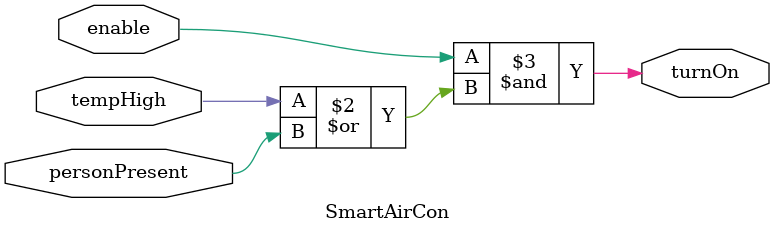
<source format=v>
module SmartAirCon (enable, tempHigh, personPresent, turnOn);
	input enable, tempHigh, personPresent;
	output turnOn;
	reg turnOn;

	always @(enable, tempHigh, personPresent) 
		begin
			turnOn = enable & (tempHigh | personPresent);
		end
endmodule

</source>
